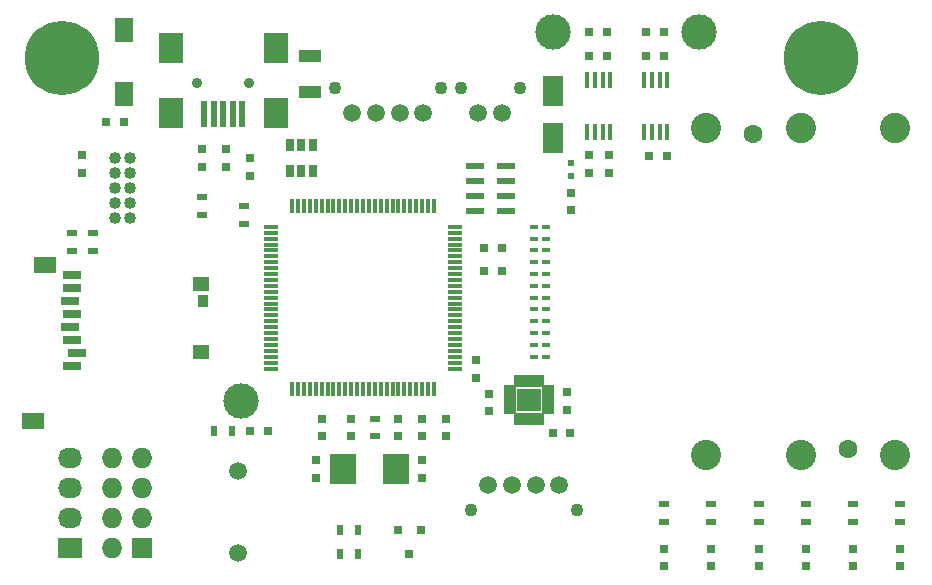
<source format=gts>
G04 #@! TF.FileFunction,Soldermask,Top*
%FSLAX46Y46*%
G04 Gerber Fmt 4.6, Leading zero omitted, Abs format (unit mm)*
G04 Created by KiCad (PCBNEW 4.0.1-stable) date 20/01/2016 23:37:10*
%MOMM*%
G01*
G04 APERTURE LIST*
%ADD10C,0.100000*%
%ADD11R,0.635000X0.300000*%
%ADD12C,1.600200*%
%ADD13C,2.565400*%
%ADD14R,1.400000X1.300000*%
%ADD15R,0.950000X1.000000*%
%ADD16R,1.900000X1.400000*%
%ADD17R,1.500000X0.800000*%
%ADD18R,0.750000X0.800000*%
%ADD19R,0.800000X0.750000*%
%ADD20R,0.797560X0.797560*%
%ADD21R,1.800860X2.499360*%
%ADD22R,0.650000X1.060000*%
%ADD23R,0.300000X1.200000*%
%ADD24R,1.200000X0.300000*%
%ADD25R,0.400000X1.400000*%
%ADD26R,1.500000X0.600000*%
%ADD27C,1.500000*%
%ADD28C,1.100000*%
%ADD29C,1.016000*%
%ADD30C,2.999740*%
%ADD31R,0.500380X2.301240*%
%ADD32R,1.998980X2.499360*%
%ADD33C,0.899160*%
%ADD34R,0.800100X0.800100*%
%ADD35R,0.500000X0.900000*%
%ADD36R,0.900000X0.500000*%
%ADD37R,1.600000X2.000000*%
%ADD38R,2.300000X2.500000*%
%ADD39R,0.500000X0.600000*%
%ADD40R,1.900000X1.000000*%
%ADD41R,2.032000X1.727200*%
%ADD42O,2.032000X1.727200*%
%ADD43R,1.727200X1.727200*%
%ADD44O,1.727200X1.727200*%
%ADD45R,1.000000X0.600000*%
%ADD46R,0.600000X1.000000*%
%ADD47R,2.100000X1.940000*%
%ADD48C,6.300000*%
%ADD49C,0.600000*%
G04 APERTURE END LIST*
D10*
D11*
X196000000Y-108000000D03*
X196999998Y-108000000D03*
X196000000Y-107000002D03*
X196999998Y-107000002D03*
X196000000Y-106000004D03*
X196999998Y-106000004D03*
X196000000Y-105000006D03*
X196999998Y-105000006D03*
X196000000Y-104000008D03*
X196999998Y-104000008D03*
X196000000Y-103000010D03*
X196999998Y-103000010D03*
X196000000Y-102000012D03*
X196999998Y-102000012D03*
X196000000Y-101000014D03*
X196999998Y-101000014D03*
X196000000Y-100000016D03*
X196999998Y-100000016D03*
X196000000Y-99000018D03*
X196999998Y-99000018D03*
X196000000Y-98000020D03*
X196999998Y-98000020D03*
X196000000Y-97000022D03*
X196999998Y-97000022D03*
D12*
X222559891Y-115849998D03*
X222559891Y-115849998D03*
X214559907Y-89150024D03*
X214559907Y-89150024D03*
D13*
X226559883Y-116350124D03*
X226559883Y-116350124D03*
X210559915Y-116350124D03*
X210559915Y-116350124D03*
X226560899Y-88649898D03*
X226560899Y-88649898D03*
X210558899Y-88649898D03*
X210558899Y-88649898D03*
X218559899Y-88637198D03*
X218559899Y-88637198D03*
X218559899Y-116362824D03*
X218559899Y-116362824D03*
D14*
X167748000Y-101872000D03*
D15*
X167973000Y-103262000D03*
D14*
X167748000Y-107572000D03*
D16*
X154598000Y-100272000D03*
X153598000Y-113422000D03*
D17*
X156888000Y-101062000D03*
X156888000Y-102162000D03*
X156688000Y-103262000D03*
X156888000Y-104362000D03*
X156688000Y-105462000D03*
X156888000Y-106562000D03*
X157288000Y-107662000D03*
X156888000Y-108762000D03*
D18*
X167894000Y-91936000D03*
X167894000Y-90436000D03*
X178000000Y-113250000D03*
X178000000Y-114750000D03*
X177500000Y-118250000D03*
X177500000Y-116750000D03*
X186500000Y-118250000D03*
X186500000Y-116750000D03*
D19*
X161278000Y-88138000D03*
X159778000Y-88138000D03*
D18*
X180500000Y-113250000D03*
X180500000Y-114750000D03*
X186500000Y-113250000D03*
X186500000Y-114750000D03*
X184500000Y-113250000D03*
X184500000Y-114750000D03*
X188500000Y-113250000D03*
X188500000Y-114750000D03*
X191071500Y-108279500D03*
X191071500Y-109779500D03*
D19*
X191750000Y-98778000D03*
X193250000Y-98778000D03*
X191750000Y-100778000D03*
X193250000Y-100778000D03*
D18*
X169926000Y-91936000D03*
X169926000Y-90436000D03*
X171958000Y-92698000D03*
X171958000Y-91198000D03*
D19*
X173470000Y-114300000D03*
X171970000Y-114300000D03*
D18*
X157734000Y-90944000D03*
X157734000Y-92444000D03*
D19*
X207258000Y-91047000D03*
X205758000Y-91047000D03*
X206998000Y-82550000D03*
X205498000Y-82550000D03*
X206998000Y-80518000D03*
X205498000Y-80518000D03*
D18*
X202311000Y-90944000D03*
X202311000Y-92444000D03*
X200660000Y-92444000D03*
X200660000Y-90944000D03*
D19*
X202172000Y-82550000D03*
X200672000Y-82550000D03*
X202172000Y-80518000D03*
X200672000Y-80518000D03*
D18*
X199136000Y-95619000D03*
X199136000Y-94119000D03*
D20*
X207000000Y-124250700D03*
X207000000Y-125749300D03*
X211000000Y-124250700D03*
X211000000Y-125749300D03*
X215000000Y-124250700D03*
X215000000Y-125749300D03*
X219000000Y-124250700D03*
X219000000Y-125749300D03*
X223000000Y-124250700D03*
X223000000Y-125749300D03*
X227000000Y-124250700D03*
X227000000Y-125749300D03*
D21*
X197612000Y-85504020D03*
X197612000Y-89501980D03*
D22*
X177226000Y-90086000D03*
X176276000Y-90086000D03*
X175326000Y-90086000D03*
X175326000Y-92286000D03*
X177226000Y-92286000D03*
X176276000Y-92286000D03*
D23*
X175500000Y-110750000D03*
X176000000Y-110750000D03*
X176500000Y-110750000D03*
X177000000Y-110750000D03*
X177500000Y-110750000D03*
X178000000Y-110750000D03*
X178500000Y-110750000D03*
X179000000Y-110750000D03*
X179500000Y-110750000D03*
X180000000Y-110750000D03*
X180500000Y-110750000D03*
X181000000Y-110750000D03*
X181500000Y-110750000D03*
X182000000Y-110750000D03*
X182500000Y-110750000D03*
X183000000Y-110750000D03*
X183500000Y-110750000D03*
X184000000Y-110750000D03*
X184500000Y-110750000D03*
X185000000Y-110750000D03*
X185500000Y-110750000D03*
X186000000Y-110750000D03*
X186500000Y-110750000D03*
X187000000Y-110750000D03*
X187500000Y-110750000D03*
D24*
X189250000Y-109000000D03*
X189250000Y-108500000D03*
X189250000Y-108000000D03*
X189250000Y-107500000D03*
X189250000Y-107000000D03*
X189250000Y-106500000D03*
X189250000Y-106000000D03*
X189250000Y-105500000D03*
X189250000Y-105000000D03*
X189250000Y-104500000D03*
X189250000Y-104000000D03*
X189250000Y-103500000D03*
X189250000Y-103000000D03*
X189250000Y-102500000D03*
X189250000Y-102000000D03*
X189250000Y-101500000D03*
X189250000Y-101000000D03*
X189250000Y-100500000D03*
X189250000Y-100000000D03*
X189250000Y-99500000D03*
X189250000Y-99000000D03*
X189250000Y-98500000D03*
X189250000Y-98000000D03*
X189250000Y-97500000D03*
X189250000Y-97000000D03*
D23*
X187500000Y-95250000D03*
X187000000Y-95250000D03*
X186500000Y-95250000D03*
X186000000Y-95250000D03*
X185500000Y-95250000D03*
X185000000Y-95250000D03*
X184500000Y-95250000D03*
X184000000Y-95250000D03*
X183500000Y-95250000D03*
X183000000Y-95250000D03*
X182500000Y-95250000D03*
X182000000Y-95250000D03*
X181500000Y-95250000D03*
X181000000Y-95250000D03*
X180500000Y-95250000D03*
X180000000Y-95250000D03*
X179500000Y-95250000D03*
X179000000Y-95250000D03*
X178500000Y-95250000D03*
X178000000Y-95250000D03*
X177500000Y-95250000D03*
X177000000Y-95250000D03*
X176500000Y-95250000D03*
X176000000Y-95250000D03*
X175500000Y-95250000D03*
D24*
X173750000Y-97000000D03*
X173750000Y-97500000D03*
X173750000Y-98000000D03*
X173750000Y-98500000D03*
X173750000Y-99000000D03*
X173750000Y-99500000D03*
X173750000Y-100000000D03*
X173750000Y-100500000D03*
X173750000Y-101000000D03*
X173750000Y-101500000D03*
X173750000Y-102000000D03*
X173750000Y-102500000D03*
X173750000Y-103000000D03*
X173750000Y-103500000D03*
X173750000Y-104000000D03*
X173750000Y-104500000D03*
X173750000Y-105000000D03*
X173750000Y-105500000D03*
X173750000Y-106000000D03*
X173750000Y-106500000D03*
X173750000Y-107000000D03*
X173750000Y-107500000D03*
X173750000Y-108000000D03*
X173750000Y-108500000D03*
X173750000Y-109000000D03*
D25*
X207258000Y-84547000D03*
X206608000Y-84547000D03*
X205958000Y-84547000D03*
X205308000Y-84547000D03*
X205308000Y-88947000D03*
X205958000Y-88947000D03*
X206608000Y-88947000D03*
X207258000Y-88947000D03*
X202438000Y-84582000D03*
X201788000Y-84582000D03*
X201138000Y-84582000D03*
X200488000Y-84582000D03*
X200488000Y-88982000D03*
X201138000Y-88982000D03*
X201788000Y-88982000D03*
X202438000Y-88982000D03*
D26*
X193621000Y-95631000D03*
X193621000Y-94381000D03*
X193621000Y-93131000D03*
X191021000Y-93131000D03*
X191021000Y-94381000D03*
X191021000Y-95631000D03*
X193621000Y-91881000D03*
X191021000Y-91881000D03*
D27*
X180594000Y-87376000D03*
X182594000Y-87376000D03*
X184594000Y-87376000D03*
X186594000Y-87376000D03*
D28*
X179094000Y-85276000D03*
X188094000Y-85276000D03*
D29*
X160528000Y-91186000D03*
X161798000Y-91186000D03*
X160528000Y-92456000D03*
X161798000Y-92456000D03*
X160528000Y-93726000D03*
X161798000Y-93726000D03*
X160528000Y-94996000D03*
X161798000Y-94996000D03*
X160528000Y-96266000D03*
X161798000Y-96266000D03*
D27*
X198120000Y-118872000D03*
X196120000Y-118872000D03*
X194120000Y-118872000D03*
X192120000Y-118872000D03*
D28*
X199620000Y-120972000D03*
X190620000Y-120972000D03*
D30*
X209931000Y-80487000D03*
D31*
X171262200Y-87449320D03*
X170462100Y-87449320D03*
X169662000Y-87449320D03*
X168861900Y-87449320D03*
X168061800Y-87449320D03*
D32*
X174112080Y-87350260D03*
X174112080Y-81851160D03*
X165211920Y-87350260D03*
X165211920Y-81851160D03*
D33*
X171861640Y-84850900D03*
X167462360Y-84850900D03*
D34*
X186370000Y-122697240D03*
X184470000Y-122697240D03*
X185420000Y-124696220D03*
D35*
X170422000Y-114300000D03*
X168922000Y-114300000D03*
D36*
X182500000Y-113250000D03*
X182500000Y-114750000D03*
X171450000Y-95262000D03*
X171450000Y-96762000D03*
X167894000Y-94500000D03*
X167894000Y-96000000D03*
X156845000Y-97548000D03*
X156845000Y-99048000D03*
X158623000Y-97548000D03*
X158623000Y-99048000D03*
X207000000Y-122000000D03*
X207000000Y-120500000D03*
X211000000Y-122000000D03*
X211000000Y-120500000D03*
X215000000Y-122000000D03*
X215000000Y-120500000D03*
X219000000Y-122000000D03*
X219000000Y-120500000D03*
X223000000Y-122000000D03*
X223000000Y-120500000D03*
X227000000Y-122000000D03*
X227000000Y-120500000D03*
D35*
X181090000Y-122682000D03*
X179590000Y-122682000D03*
X181090000Y-124714000D03*
X179590000Y-124714000D03*
D27*
X170942000Y-117658000D03*
X170942000Y-124658000D03*
D37*
X161290000Y-85758000D03*
X161290000Y-80358000D03*
D30*
X171196000Y-111760000D03*
X197612000Y-80518000D03*
D38*
X179800000Y-117500000D03*
X184300000Y-117500000D03*
D39*
X199136000Y-92710000D03*
X199136000Y-91610000D03*
D40*
X177038000Y-82574000D03*
X177038000Y-85574000D03*
D27*
X191262000Y-87376000D03*
X193262000Y-87376000D03*
D28*
X189762000Y-85276000D03*
X194762000Y-85276000D03*
D41*
X156718000Y-124206000D03*
D42*
X156718000Y-121666000D03*
X156718000Y-119126000D03*
X156718000Y-116586000D03*
D43*
X162814000Y-124206000D03*
D44*
X160274000Y-124206000D03*
X162814000Y-121666000D03*
X160274000Y-121666000D03*
X162814000Y-119126000D03*
X160274000Y-119126000D03*
X162814000Y-116586000D03*
X160274000Y-116586000D03*
D19*
X199060500Y-114490500D03*
X197560500Y-114490500D03*
D18*
X198755000Y-111010000D03*
X198755000Y-112510000D03*
X192151000Y-112637000D03*
X192151000Y-111137000D03*
D45*
X193980000Y-110633000D03*
X193980000Y-111033000D03*
X193980000Y-111433000D03*
X193980000Y-111833000D03*
X193980000Y-112233000D03*
X193980000Y-112633000D03*
D46*
X194580000Y-113233000D03*
X194980000Y-113233000D03*
X195380000Y-113233000D03*
X195780000Y-113233000D03*
X196180000Y-113233000D03*
X196580000Y-113233000D03*
D45*
X197180000Y-112633000D03*
X197180000Y-112233000D03*
X197180000Y-111833000D03*
X197180000Y-111433000D03*
X197180000Y-111033000D03*
X197180000Y-110633000D03*
D46*
X196580000Y-110033000D03*
X196180000Y-110033000D03*
X195780000Y-110033000D03*
X195380000Y-110033000D03*
X194980000Y-110033000D03*
X194580000Y-110033000D03*
D47*
X195580000Y-111633000D03*
D48*
X220250000Y-82750000D03*
D49*
X220250000Y-80250000D03*
X222750000Y-82750000D03*
X220250000Y-85250000D03*
X217750000Y-82750000D03*
X218450000Y-80950000D03*
X222050000Y-80950000D03*
X218450000Y-84550000D03*
X222050000Y-84550000D03*
D48*
X156000000Y-82750000D03*
D49*
X156000000Y-80250000D03*
X158500000Y-82750000D03*
X156000000Y-85250000D03*
X153500000Y-82750000D03*
X154200000Y-80950000D03*
X157800000Y-80950000D03*
X154200000Y-84550000D03*
X157800000Y-84550000D03*
M02*

</source>
